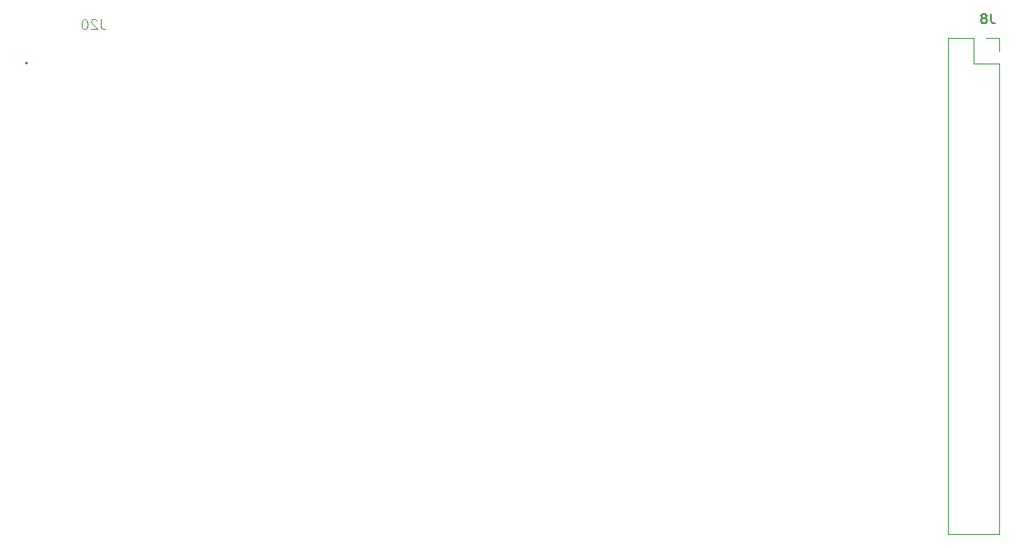
<source format=gbr>
G04 #@! TF.GenerationSoftware,KiCad,Pcbnew,(6.0.7)*
G04 #@! TF.CreationDate,2022-11-25T21:32:16+05:30*
G04 #@! TF.ProjectId,GPI-Tally-Interface-Board,4750492d-5461-46c6-9c79-2d496e746572,rev?*
G04 #@! TF.SameCoordinates,Original*
G04 #@! TF.FileFunction,Legend,Bot*
G04 #@! TF.FilePolarity,Positive*
%FSLAX46Y46*%
G04 Gerber Fmt 4.6, Leading zero omitted, Abs format (unit mm)*
G04 Created by KiCad (PCBNEW (6.0.7)) date 2022-11-25 21:32:16*
%MOMM*%
%LPD*%
G01*
G04 APERTURE LIST*
%ADD10C,0.150000*%
%ADD11C,0.050000*%
%ADD12C,0.120000*%
%ADD13C,0.200000*%
G04 APERTURE END LIST*
D10*
X179528333Y-57872380D02*
X179528333Y-58586666D01*
X179575952Y-58729523D01*
X179671190Y-58824761D01*
X179814047Y-58872380D01*
X179909285Y-58872380D01*
X178909285Y-58300952D02*
X179004523Y-58253333D01*
X179052142Y-58205714D01*
X179099761Y-58110476D01*
X179099761Y-58062857D01*
X179052142Y-57967619D01*
X179004523Y-57920000D01*
X178909285Y-57872380D01*
X178718809Y-57872380D01*
X178623571Y-57920000D01*
X178575952Y-57967619D01*
X178528333Y-58062857D01*
X178528333Y-58110476D01*
X178575952Y-58205714D01*
X178623571Y-58253333D01*
X178718809Y-58300952D01*
X178909285Y-58300952D01*
X179004523Y-58348571D01*
X179052142Y-58396190D01*
X179099761Y-58491428D01*
X179099761Y-58681904D01*
X179052142Y-58777142D01*
X179004523Y-58824761D01*
X178909285Y-58872380D01*
X178718809Y-58872380D01*
X178623571Y-58824761D01*
X178575952Y-58777142D01*
X178528333Y-58681904D01*
X178528333Y-58491428D01*
X178575952Y-58396190D01*
X178623571Y-58348571D01*
X178718809Y-58300952D01*
D11*
X88338029Y-58450009D02*
X88338029Y-59167388D01*
X88385854Y-59310864D01*
X88481504Y-59406514D01*
X88624980Y-59454339D01*
X88720630Y-59454339D01*
X87907601Y-58545660D02*
X87859776Y-58497835D01*
X87764126Y-58450009D01*
X87525000Y-58450009D01*
X87429349Y-58497835D01*
X87381524Y-58545660D01*
X87333699Y-58641310D01*
X87333699Y-58736961D01*
X87381524Y-58880436D01*
X87955427Y-59454339D01*
X87333699Y-59454339D01*
X86711970Y-58450009D02*
X86616320Y-58450009D01*
X86520670Y-58497835D01*
X86472844Y-58545660D01*
X86425019Y-58641310D01*
X86377194Y-58832611D01*
X86377194Y-59071737D01*
X86425019Y-59263038D01*
X86472844Y-59358689D01*
X86520670Y-59406514D01*
X86616320Y-59454339D01*
X86711970Y-59454339D01*
X86807621Y-59406514D01*
X86855446Y-59358689D01*
X86903271Y-59263038D01*
X86951097Y-59071737D01*
X86951097Y-58832611D01*
X86903271Y-58641310D01*
X86855446Y-58545660D01*
X86807621Y-58497835D01*
X86711970Y-58450009D01*
D12*
X175155000Y-60370000D02*
X175155000Y-111290000D01*
X180355000Y-111290000D02*
X175155000Y-111290000D01*
X180355000Y-60370000D02*
X179025000Y-60370000D01*
X180355000Y-61700000D02*
X180355000Y-60370000D01*
X180355000Y-62970000D02*
X177755000Y-62970000D01*
X180355000Y-62970000D02*
X180355000Y-111290000D01*
X177755000Y-60370000D02*
X175155000Y-60370000D01*
X177755000Y-62970000D02*
X177755000Y-60370000D01*
D13*
X80805000Y-62940000D02*
G75*
G03*
X80805000Y-62940000I-100000J0D01*
G01*
M02*

</source>
